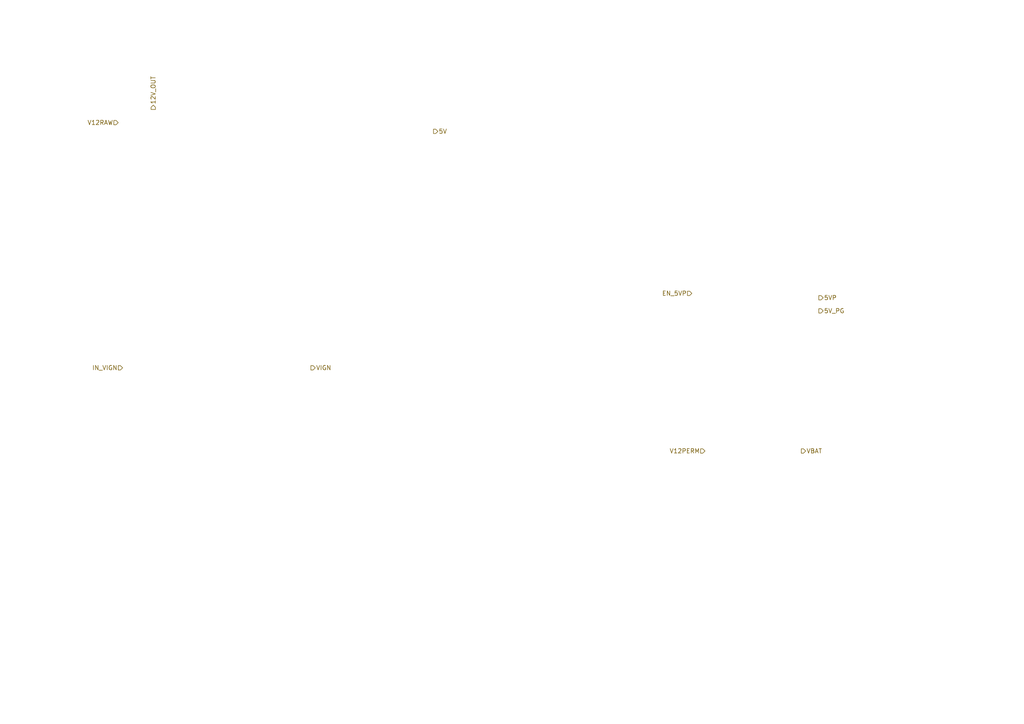
<source format=kicad_sch>
(kicad_sch (version 20230121) (generator eeschema)
  (paper "A4")
  (lib_symbols)
  (hierarchical_label "5V_PG" (shape output) (at 237.49 90.17 0))
  (hierarchical_label "5VP" (shape output) (at 237.49 86.36 0))
  (hierarchical_label "VBAT" (shape output) (at 232.41 130.81 0))
  (hierarchical_label "12V_OUT" (shape output) (at 44.45 31.75 90))
  (hierarchical_label "EN_5VP" (shape input) (at 200.66 85.09 180))
  (hierarchical_label "5V" (shape output) (at 125.73 38.1 0))
  (hierarchical_label "V12RAW" (shape input) (at 34.29 35.56 180))
  (hierarchical_label "V12PERM" (shape input) (at 204.47 130.81 180))
  (hierarchical_label "IN_VIGN" (shape input) (at 35.56 106.68 180))
  (hierarchical_label "VIGN" (shape output) (at 90.17 106.68 0))
)
</source>
